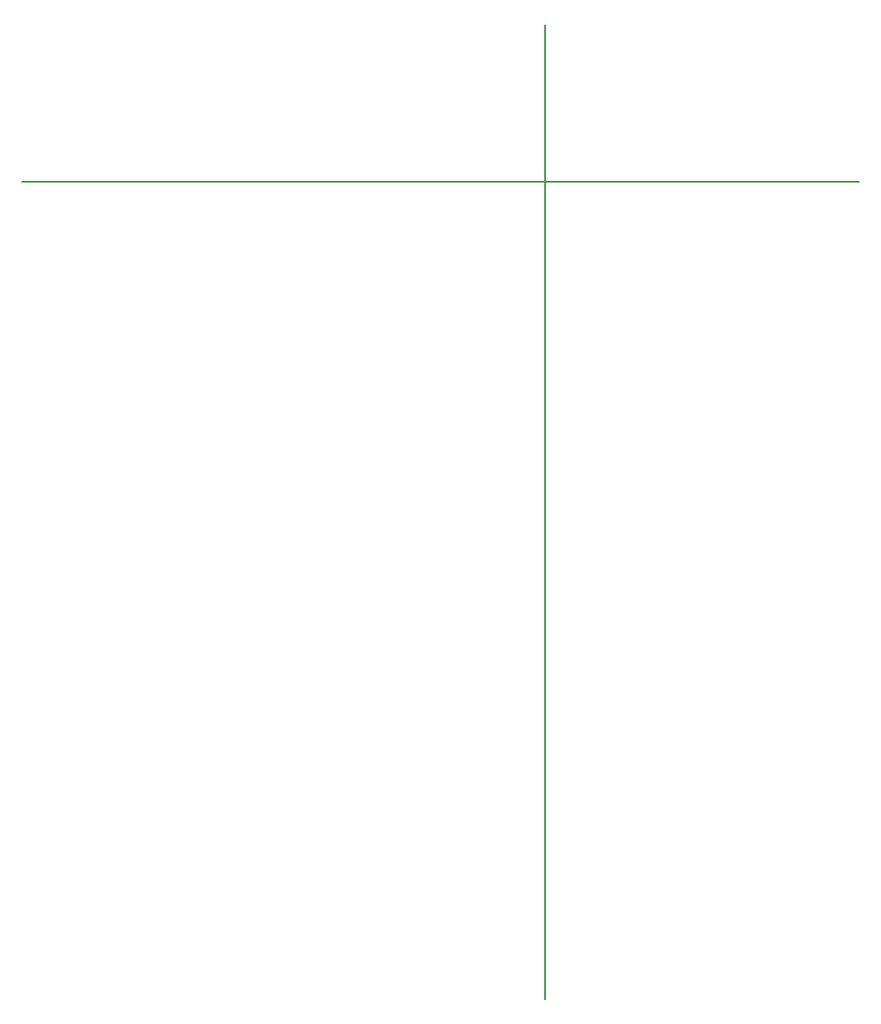
<source format=gbr>
G04 #@! TF.GenerationSoftware,KiCad,Pcbnew,(5.0.0)*
G04 #@! TF.CreationDate,2019-11-27T07:53:08+01:00*
G04 #@! TF.ProjectId,hexagon,68657861676F6E2E6B696361645F7063,rev?*
G04 #@! TF.SameCoordinates,Original*
G04 #@! TF.FileFunction,Other,ECO1*
%FSLAX46Y46*%
G04 Gerber Fmt 4.6, Leading zero omitted, Abs format (unit mm)*
G04 Created by KiCad (PCBNEW (5.0.0)) date 11/27/19 07:53:08*
%MOMM*%
%LPD*%
G01*
G04 APERTURE LIST*
%ADD10C,0.150000*%
G04 APERTURE END LIST*
D10*
X75000000Y-25000000D02*
X75000000Y-118000000D01*
X25000000Y-40000000D02*
X105000000Y-40000000D01*
M02*

</source>
